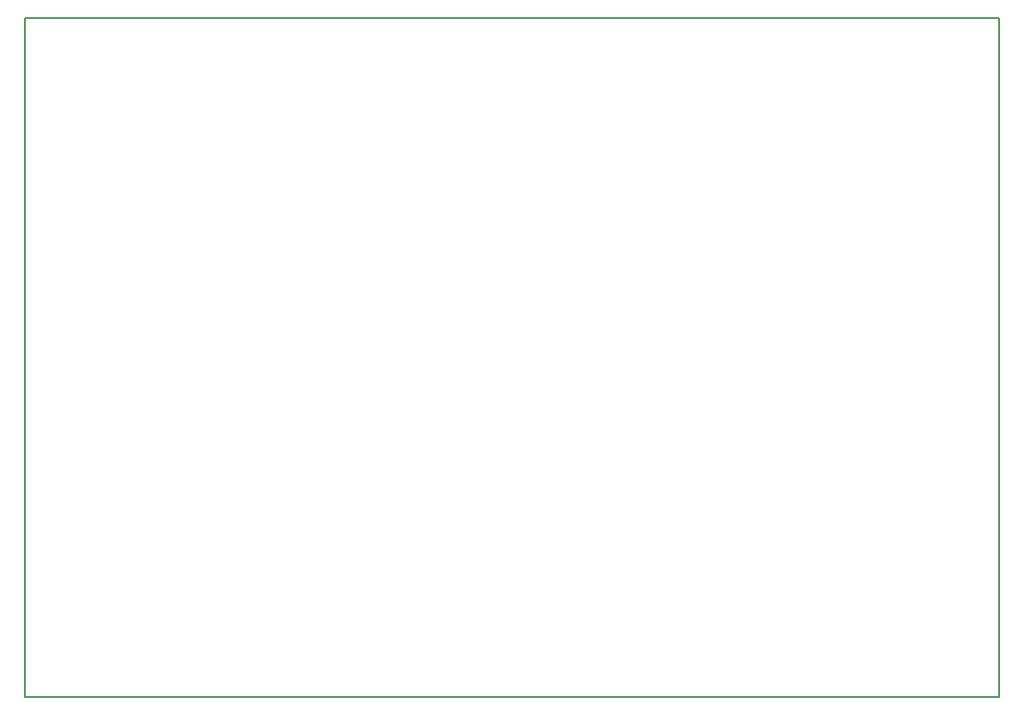
<source format=gbr>
%TF.GenerationSoftware,KiCad,Pcbnew,(6.99.0-224-g211820a689)*%
%TF.CreationDate,2022-01-05T07:16:04+01:00*%
%TF.ProjectId,PCB,5043422e-6b69-4636-9164-5f7063625858,1.0*%
%TF.SameCoordinates,Original*%
%TF.FileFunction,Profile,NP*%
%FSLAX46Y46*%
G04 Gerber Fmt 4.6, Leading zero omitted, Abs format (unit mm)*
G04 Created by KiCad (PCBNEW (6.99.0-224-g211820a689)) date 2022-01-05 07:16:04*
%MOMM*%
%LPD*%
G01*
G04 APERTURE LIST*
%TA.AperFunction,Profile*%
%ADD10C,0.150000*%
%TD*%
G04 APERTURE END LIST*
D10*
X179900000Y-162400000D02*
X275900000Y-162400000D01*
X275900000Y-162400000D02*
X275900000Y-95400000D01*
X275900000Y-95400000D02*
X179900000Y-95400000D01*
X179900000Y-95400000D02*
X179900000Y-162400000D01*
M02*

</source>
